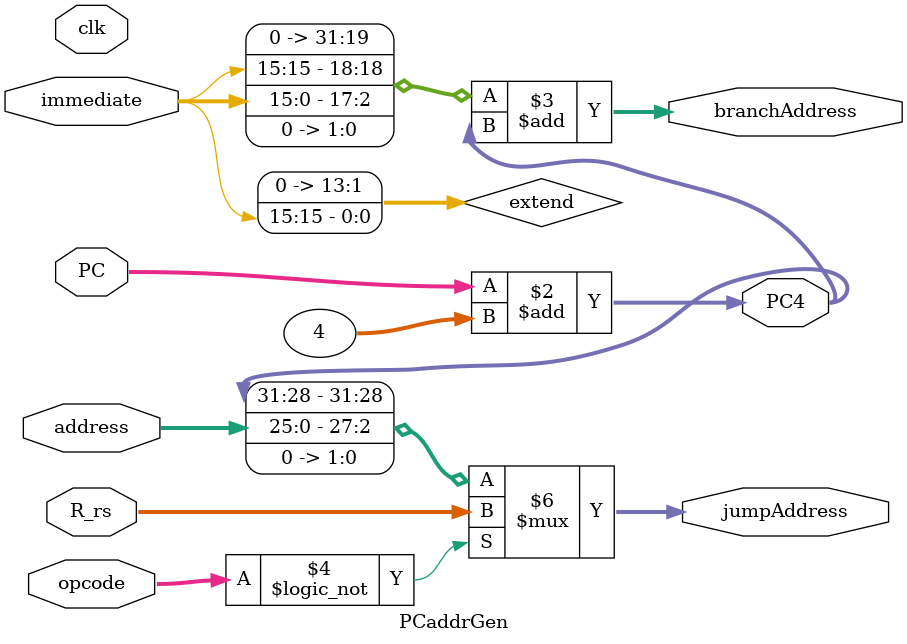
<source format=v>

`define Rtype   6'h0

/*-----------------------------------------------------------------------------
This module generates the possible PC values based on the instruction. It
creates PC4, which is PC+4. This will be the next PC value if the instruction
is not a jump or branch. It also creates branchAddress based on MIPS standard
branchAddr = {14{immediate[15]},immediate,2'b0} . This will be the next PC value
if the instruction is a branch. jumpAddress is the MIPS standard
jumpAddress = {PC+4[31:28],address,2'b0} . This will be the next PC value if the
instruction is a jump. These all go to PCchoose, which will determine which PC
address to use based on control signals from the control logic.
-----------------------------------------------------------------------------*/

module PCaddrGen
(
output reg[31:0]   PC4,
output reg[31:0]   branchAddress,
output reg[31:0]   jumpAddress,
input  [25:0]      address,
input  [15:0]      immediate,
input  [5:0]       opcode,
input  [31:0]      R_rs,
input  [31:0]      PC,
input              clk
);
reg [13:0] extend;

//always @(posedge clk) begin
always @* begin
  extend[13:0] = immediate[15];
  PC4 = PC + 32'd4;
  branchAddress = {extend,immediate,2'b0}+PC4;
  if (opcode == `Rtype) begin
    jumpAddress = R_rs;
  end else begin
    jumpAddress = {PC4[31:28],address,2'b0};
  end
end
endmodule

</source>
